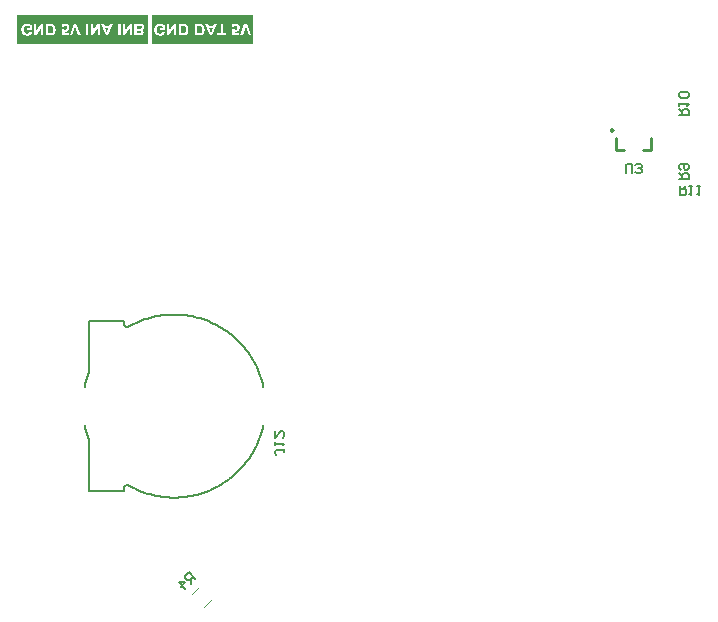
<source format=gbo>
G04*
G04 #@! TF.GenerationSoftware,Altium Limited,Altium Designer,24.5.2 (23)*
G04*
G04 Layer_Color=32896*
%FSLAX25Y25*%
%MOIN*%
G70*
G04*
G04 #@! TF.SameCoordinates,843F1F9D-CF68-4CC6-824C-A0058C937974*
G04*
G04*
G04 #@! TF.FilePolarity,Positive*
G04*
G01*
G75*
%ADD10C,0.00394*%
%ADD12C,0.00500*%
%ADD16C,0.00799*%
%ADD113C,0.00984*%
G36*
X82313Y216526D02*
X38561D01*
Y226387D01*
X82313D01*
Y216526D01*
D02*
G37*
G36*
X117126Y226387D02*
Y216526D01*
X83662D01*
Y226387D01*
X117126D01*
D02*
G37*
%LPC*%
G36*
X70410Y223377D02*
X69572D01*
X69239Y222506D01*
X67696D01*
X67380Y223377D01*
X66559D01*
X68046Y219536D01*
X66559D01*
D01*
X70410D01*
D01*
X68867D01*
X70410Y223377D01*
D02*
G37*
G36*
X41922Y223449D02*
X41861D01*
X41822Y223444D01*
X41767D01*
X41706Y223438D01*
X41639Y223427D01*
X41561Y223416D01*
X41401Y223388D01*
X41223Y223344D01*
X41040Y223283D01*
X40957Y223244D01*
X40868Y223199D01*
X40862Y223194D01*
X40851Y223188D01*
X40823Y223172D01*
X40796Y223149D01*
X40757Y223127D01*
X40718Y223094D01*
X40668Y223055D01*
X40618Y223011D01*
X40507Y222911D01*
X40396Y222783D01*
X40290Y222639D01*
X40196Y222472D01*
Y222467D01*
X40185Y222450D01*
X40174Y222422D01*
X40163Y222389D01*
X40146Y222345D01*
X40124Y222295D01*
X40107Y222234D01*
X40085Y222167D01*
X40063Y222095D01*
X40046Y222012D01*
X40007Y221840D01*
X39985Y221651D01*
X39974Y221446D01*
Y221457D01*
Y221446D01*
Y219464D01*
X43565D01*
Y222861D01*
X43554Y222872D01*
X43537Y222883D01*
X43521Y222900D01*
X43493Y222922D01*
X43465Y222944D01*
X43387Y223000D01*
X43282Y223061D01*
X43160Y223133D01*
X43021Y223205D01*
X42855Y223272D01*
X42849D01*
X42832Y223277D01*
X42810Y223288D01*
X42777Y223299D01*
X42733Y223310D01*
X42683Y223327D01*
X42627Y223344D01*
X42566Y223360D01*
X42427Y223394D01*
X42266Y223421D01*
X42100Y223444D01*
X41922Y223449D01*
D02*
G37*
G36*
X54637D02*
X54587D01*
X54549Y223444D01*
X54504Y223438D01*
X54449Y223432D01*
X54393Y223427D01*
X54326Y223416D01*
X54193Y223383D01*
X54043Y223327D01*
X53971Y223299D01*
X53899Y223260D01*
X53833Y223216D01*
X53766Y223166D01*
X53760Y223161D01*
X53749Y223155D01*
X53733Y223138D01*
X53710Y223116D01*
X53688Y223083D01*
X53655Y223050D01*
X53627Y223011D01*
X53594Y222966D01*
X53555Y222911D01*
X53522Y222855D01*
X53461Y222722D01*
X53405Y222572D01*
X53389Y222489D01*
X53372Y222400D01*
X54105Y222323D01*
Y222334D01*
X54110Y222361D01*
X54121Y222411D01*
X54138Y222467D01*
X54160Y222528D01*
X54193Y222594D01*
X54238Y222656D01*
X54288Y222717D01*
X54293Y222722D01*
X54315Y222739D01*
X54349Y222761D01*
X54393Y222789D01*
X54443Y222816D01*
X54504Y222839D01*
X54576Y222855D01*
X54648Y222861D01*
X54659D01*
X54687Y222855D01*
X54732Y222850D01*
X54787Y222839D01*
X54848Y222816D01*
X54915Y222783D01*
X54981Y222733D01*
X55042Y222672D01*
X55048Y222661D01*
X55070Y222639D01*
X55092Y222594D01*
X55126Y222528D01*
X55153Y222450D01*
X55181Y222356D01*
X55198Y222239D01*
X55203Y222106D01*
Y222100D01*
Y222089D01*
Y222073D01*
Y222045D01*
X55198Y221984D01*
X55181Y221906D01*
X55164Y221817D01*
X55137Y221729D01*
X55098Y221645D01*
X55042Y221573D01*
X55037Y221568D01*
X55015Y221546D01*
X54976Y221518D01*
X54931Y221479D01*
X54870Y221446D01*
X54798Y221418D01*
X54715Y221396D01*
X54626Y221390D01*
X54593D01*
X54571Y221396D01*
X54515Y221407D01*
X54438Y221423D01*
X54349Y221457D01*
X54254Y221507D01*
X54204Y221540D01*
X54154Y221579D01*
X54105Y221623D01*
X54054Y221673D01*
X53461Y221590D01*
X53838Y219586D01*
X53372D01*
Y223449D01*
D01*
Y219586D01*
X55958D01*
D01*
X55786D01*
Y220275D01*
X54393D01*
X54277Y220930D01*
X54282D01*
X54288Y220924D01*
X54321Y220907D01*
X54371Y220891D01*
X54432Y220863D01*
X54510Y220841D01*
X54593Y220824D01*
X54687Y220807D01*
X54782Y220802D01*
X54831D01*
X54865Y220807D01*
X54904Y220813D01*
X54954Y220818D01*
X55009Y220830D01*
X55070Y220846D01*
X55198Y220891D01*
X55270Y220918D01*
X55337Y220952D01*
X55409Y220996D01*
X55481Y221046D01*
X55547Y221101D01*
X55614Y221163D01*
X55620Y221168D01*
X55631Y221179D01*
X55647Y221201D01*
X55670Y221229D01*
X55692Y221263D01*
X55725Y221307D01*
X55753Y221357D01*
X55786Y221412D01*
X55819Y221473D01*
X55847Y221546D01*
X55880Y221623D01*
X55903Y221701D01*
X55925Y221790D01*
X55941Y221884D01*
X55953Y221984D01*
X55958Y222089D01*
Y222134D01*
X55953Y222167D01*
Y222212D01*
X55941Y222262D01*
X55936Y222317D01*
X55925Y222373D01*
X55892Y222506D01*
X55842Y222650D01*
X55808Y222728D01*
X55775Y222800D01*
X55731Y222872D01*
X55681Y222944D01*
X55675Y222950D01*
X55664Y222966D01*
X55642Y222989D01*
X55614Y223022D01*
X55575Y223061D01*
X55525Y223105D01*
X55470Y223149D01*
X55409Y223194D01*
X55337Y223244D01*
X55259Y223288D01*
X55176Y223333D01*
X55081Y223372D01*
X54981Y223405D01*
X54876Y223427D01*
X54759Y223444D01*
X54637Y223449D01*
D02*
G37*
G36*
X76865Y223377D02*
X76088D01*
X74528Y220846D01*
Y223377D01*
X74980D01*
X73813D01*
Y219536D01*
X76865D01*
Y223377D01*
D02*
G37*
G36*
X66131D02*
X65354D01*
X63795Y220846D01*
Y223377D01*
X63079D01*
Y219536D01*
X66131D01*
Y223377D01*
D02*
G37*
G36*
X79351D02*
X77686D01*
Y219536D01*
X80900D01*
Y222311D01*
X80894Y222361D01*
X80883Y222428D01*
X80872Y222506D01*
X80850Y222594D01*
X80817Y222683D01*
X80778Y222778D01*
X80772Y222789D01*
X80756Y222816D01*
X80728Y222861D01*
X80689Y222916D01*
X80645Y222983D01*
X80584Y223044D01*
X80523Y223111D01*
X80445Y223172D01*
X80434Y223177D01*
X80406Y223194D01*
X80361Y223222D01*
X80300Y223249D01*
X80223Y223283D01*
X80134Y223310D01*
X80034Y223338D01*
X79923Y223355D01*
X79901D01*
X79879Y223360D01*
X79823D01*
X79784Y223366D01*
X79679D01*
X79612Y223372D01*
X79446D01*
X79351Y223377D01*
D02*
G37*
G36*
X73069D02*
X72292D01*
Y219536D01*
X73069D01*
Y223377D01*
D02*
G37*
G36*
X62335D02*
X61558D01*
Y219536D01*
X62335D01*
Y223377D01*
D02*
G37*
G36*
X58334D02*
X57495D01*
X56119Y219536D01*
D01*
X59699D01*
D01*
X58334Y223377D01*
D02*
G37*
G36*
X51374D02*
X48160D01*
Y219536D01*
X51374D01*
D01*
X49692D01*
X49737Y219542D01*
X49842Y219548D01*
X49959Y219553D01*
X50081Y219570D01*
X50197Y219586D01*
X50303Y219614D01*
X50308D01*
X50319Y219620D01*
X50336Y219625D01*
X50358Y219631D01*
X50425Y219658D01*
X50503Y219697D01*
X50591Y219747D01*
X50691Y219808D01*
X50786Y219881D01*
X50880Y219969D01*
X50885D01*
X50891Y219980D01*
X50919Y220014D01*
X50963Y220069D01*
X51013Y220141D01*
X51074Y220230D01*
X51135Y220336D01*
X51196Y220458D01*
X51246Y220591D01*
Y220597D01*
X51252Y220608D01*
X51257Y220630D01*
X51268Y220657D01*
X51274Y220691D01*
X51285Y220735D01*
X51296Y220785D01*
X51313Y220841D01*
X51324Y220902D01*
X51335Y220974D01*
X51346Y221046D01*
X51352Y221129D01*
X51368Y221301D01*
X51374Y221496D01*
Y221573D01*
X51368Y221618D01*
Y221662D01*
X51363Y221718D01*
X51357Y221779D01*
X51346Y221906D01*
X51324Y222040D01*
X51291Y222178D01*
X51252Y222311D01*
Y222317D01*
X51246Y222328D01*
X51235Y222350D01*
X51224Y222384D01*
X51213Y222417D01*
X51191Y222456D01*
X51146Y222556D01*
X51091Y222661D01*
X51019Y222778D01*
X50935Y222889D01*
X50841Y222994D01*
X50830Y223005D01*
X50802Y223027D01*
X50758Y223061D01*
X50697Y223105D01*
X50619Y223155D01*
X50530Y223205D01*
X50419Y223255D01*
X50297Y223299D01*
X50292D01*
X50286Y223305D01*
X50269D01*
X50253Y223310D01*
X50192Y223322D01*
X50114Y223338D01*
X50020Y223355D01*
X49903Y223366D01*
X49764Y223372D01*
X49615Y223377D01*
X51374D01*
D02*
G37*
G36*
X47339D02*
X44287D01*
Y219536D01*
X47339D01*
Y223377D01*
D02*
G37*
%LPD*%
G36*
X68451Y220430D02*
X67930Y221856D01*
X68990D01*
X68451Y220430D01*
D02*
G37*
G36*
X41961Y222783D02*
X42028Y222778D01*
X42100Y222766D01*
X42183Y222750D01*
X42272Y222728D01*
X42361Y222694D01*
X42366D01*
X42372Y222689D01*
X42399Y222678D01*
X42450Y222656D01*
X42505Y222628D01*
X42572Y222594D01*
X42644Y222556D01*
X42716Y222511D01*
X42783Y222461D01*
Y221967D01*
X41895D01*
Y221318D01*
X43565D01*
Y219464D01*
X41944D01*
X41994Y219470D01*
X42055Y219475D01*
X42128Y219481D01*
X42205Y219486D01*
X42289Y219503D01*
X42466Y219536D01*
X42649Y219592D01*
X42744Y219625D01*
X42832Y219664D01*
X42916Y219708D01*
X42993Y219764D01*
X42999Y219770D01*
X43010Y219775D01*
X43032Y219797D01*
X43060Y219819D01*
X43093Y219847D01*
X43127Y219886D01*
X43165Y219931D01*
X43210Y219980D01*
X43254Y220036D01*
X43299Y220097D01*
X43343Y220164D01*
X43382Y220241D01*
X43426Y220319D01*
X43460Y220402D01*
X43493Y220497D01*
X43515Y220591D01*
X42744Y220735D01*
Y220730D01*
X42738Y220724D01*
X42727Y220691D01*
X42705Y220641D01*
X42671Y220574D01*
X42633Y220502D01*
X42577Y220430D01*
X42511Y220358D01*
X42433Y220291D01*
X42422Y220286D01*
X42394Y220264D01*
X42344Y220236D01*
X42283Y220208D01*
X42200Y220175D01*
X42105Y220152D01*
X42000Y220130D01*
X41878Y220125D01*
X41828D01*
X41795Y220130D01*
X41750Y220136D01*
X41700Y220141D01*
X41645Y220152D01*
X41584Y220164D01*
X41456Y220202D01*
X41389Y220230D01*
X41323Y220264D01*
X41256Y220302D01*
X41190Y220341D01*
X41129Y220397D01*
X41067Y220452D01*
X41062Y220458D01*
X41056Y220469D01*
X41040Y220485D01*
X41023Y220513D01*
X41001Y220547D01*
X40973Y220585D01*
X40945Y220635D01*
X40923Y220691D01*
X40896Y220757D01*
X40868Y220830D01*
X40840Y220907D01*
X40818Y220990D01*
X40801Y221085D01*
X40784Y221190D01*
X40779Y221296D01*
X40773Y221412D01*
Y221418D01*
Y221440D01*
Y221479D01*
X40779Y221523D01*
X40784Y221584D01*
X40790Y221645D01*
X40801Y221723D01*
X40812Y221801D01*
X40846Y221967D01*
X40901Y222139D01*
X40934Y222223D01*
X40973Y222300D01*
X41023Y222378D01*
X41073Y222445D01*
X41079Y222450D01*
X41090Y222461D01*
X41106Y222478D01*
X41129Y222500D01*
X41162Y222522D01*
X41195Y222556D01*
X41240Y222583D01*
X41289Y222617D01*
X41345Y222650D01*
X41401Y222678D01*
X41539Y222733D01*
X41617Y222755D01*
X41695Y222772D01*
X41783Y222783D01*
X41872Y222789D01*
X41917D01*
X41961Y222783D01*
D02*
G37*
G36*
X39980Y221346D02*
Y221290D01*
X39985Y221229D01*
X39996Y221163D01*
X40007Y221085D01*
X40035Y220924D01*
X40080Y220741D01*
X40141Y220558D01*
X40179Y220469D01*
X40224Y220380D01*
X40229Y220374D01*
X40235Y220358D01*
X40252Y220336D01*
X40268Y220302D01*
X40296Y220264D01*
X40329Y220219D01*
X40368Y220169D01*
X40407Y220114D01*
X40457Y220058D01*
X40512Y219997D01*
X40574Y219936D01*
X40640Y219875D01*
X40712Y219819D01*
X40784Y219758D01*
X40957Y219658D01*
X40962D01*
X40973Y219647D01*
X40995Y219642D01*
X41023Y219625D01*
X41062Y219614D01*
X41101Y219598D01*
X41156Y219581D01*
X41212Y219559D01*
X41273Y219542D01*
X41345Y219525D01*
X41423Y219509D01*
X41500Y219492D01*
X41678Y219470D01*
X41878Y219464D01*
X39974D01*
Y221385D01*
X39980Y221346D01*
D02*
G37*
G36*
X76149Y219536D02*
X74562D01*
X76149Y222123D01*
Y219536D01*
D02*
G37*
G36*
X65415D02*
X63828D01*
X65415Y222123D01*
Y219536D01*
D02*
G37*
G36*
X79401Y222722D02*
X79490D01*
X79579Y222717D01*
X79651Y222711D01*
X79684D01*
X79707Y222706D01*
X79712D01*
X79734Y222700D01*
X79768Y222689D01*
X79807Y222678D01*
X79851Y222656D01*
X79901Y222628D01*
X79945Y222594D01*
X79990Y222556D01*
X79995Y222550D01*
X80006Y222533D01*
X80023Y222506D01*
X80045Y222467D01*
X80067Y222422D01*
X80084Y222367D01*
X80095Y222300D01*
X80101Y222228D01*
Y222223D01*
Y222200D01*
X80095Y222167D01*
X80090Y222128D01*
X80079Y222078D01*
X80062Y222034D01*
X80040Y221984D01*
X80012Y221934D01*
X80006Y221929D01*
X79995Y221912D01*
X79979Y221890D01*
X79951Y221867D01*
X79918Y221834D01*
X79873Y221806D01*
X79823Y221779D01*
X79768Y221756D01*
X79762D01*
X79734Y221745D01*
X79690Y221740D01*
X79662Y221734D01*
X79623Y221729D01*
X79584Y221723D01*
X79535Y221718D01*
X79479Y221712D01*
X79413D01*
X79346Y221707D01*
X79268Y221701D01*
X78463D01*
Y222728D01*
X79318D01*
X79401Y222722D01*
D02*
G37*
G36*
X79302Y221057D02*
X79474D01*
X79507Y221052D01*
X79540D01*
X79562Y221046D01*
X79596Y221041D01*
X79646Y221024D01*
X79695Y221007D01*
X79746Y220985D01*
X79795Y220957D01*
X79840Y220918D01*
X79845Y220913D01*
X79856Y220896D01*
X79879Y220874D01*
X79901Y220835D01*
X79918Y220791D01*
X79940Y220741D01*
X79951Y220680D01*
X79956Y220613D01*
Y220608D01*
Y220585D01*
X79951Y220552D01*
X79945Y220508D01*
X79934Y220463D01*
X79912Y220419D01*
X79890Y220369D01*
X79856Y220324D01*
X79851Y220319D01*
X79840Y220308D01*
X79812Y220286D01*
X79784Y220264D01*
X79740Y220241D01*
X79690Y220219D01*
X79629Y220202D01*
X79562Y220191D01*
X79557D01*
X79535Y220186D01*
X79474D01*
X79440Y220180D01*
X79296D01*
X79235Y220175D01*
X78463D01*
Y221063D01*
X79207D01*
X79302Y221057D01*
D02*
G37*
G36*
X80900Y219536D02*
X79374D01*
X79474Y219542D01*
X79584Y219548D01*
X79695Y219553D01*
X79801Y219564D01*
X79895Y219575D01*
X79906D01*
X79934Y219581D01*
X79973Y219592D01*
X80028Y219609D01*
X80090Y219631D01*
X80156Y219658D01*
X80228Y219692D01*
X80295Y219736D01*
X80300Y219742D01*
X80323Y219758D01*
X80356Y219786D01*
X80400Y219819D01*
X80445Y219869D01*
X80495Y219925D01*
X80545Y219986D01*
X80589Y220058D01*
X80595Y220069D01*
X80606Y220091D01*
X80628Y220136D01*
X80650Y220191D01*
X80672Y220258D01*
X80695Y220330D01*
X80706Y220419D01*
X80711Y220508D01*
Y220513D01*
Y220519D01*
Y220552D01*
X80706Y220602D01*
X80695Y220669D01*
X80672Y220746D01*
X80650Y220830D01*
X80611Y220913D01*
X80561Y221002D01*
X80556Y221013D01*
X80534Y221041D01*
X80500Y221079D01*
X80461Y221129D01*
X80406Y221179D01*
X80339Y221240D01*
X80262Y221290D01*
X80173Y221340D01*
X80178D01*
X80190Y221346D01*
X80206Y221351D01*
X80228Y221357D01*
X80295Y221385D01*
X80373Y221423D01*
X80456Y221468D01*
X80550Y221529D01*
X80633Y221601D01*
X80711Y221690D01*
X80717Y221701D01*
X80739Y221734D01*
X80772Y221784D01*
X80805Y221851D01*
X80839Y221940D01*
X80872Y222034D01*
X80894Y222145D01*
X80900Y222267D01*
Y219536D01*
D02*
G37*
G36*
X58872D02*
X56957D01*
X57934Y222378D01*
X58872Y219536D01*
D02*
G37*
G36*
X49692Y222722D02*
X49770D01*
X49848Y222711D01*
X49920Y222706D01*
X49981Y222694D01*
X49992D01*
X50014Y222683D01*
X50047Y222672D01*
X50092Y222656D01*
X50142Y222633D01*
X50192Y222606D01*
X50242Y222572D01*
X50292Y222533D01*
X50297Y222528D01*
X50314Y222511D01*
X50336Y222483D01*
X50364Y222445D01*
X50392Y222395D01*
X50430Y222334D01*
X50458Y222256D01*
X50491Y222167D01*
Y222162D01*
X50497Y222156D01*
Y222139D01*
X50503Y222117D01*
X50514Y222095D01*
X50519Y222062D01*
X50536Y221978D01*
X50547Y221879D01*
X50564Y221762D01*
X50569Y221618D01*
X50575Y221462D01*
Y221457D01*
Y221440D01*
Y221418D01*
Y221390D01*
Y221351D01*
X50569Y221307D01*
X50564Y221213D01*
X50552Y221101D01*
X50541Y220985D01*
X50519Y220880D01*
X50491Y220780D01*
Y220774D01*
X50486Y220768D01*
X50475Y220741D01*
X50458Y220696D01*
X50436Y220641D01*
X50403Y220585D01*
X50364Y220524D01*
X50319Y220463D01*
X50269Y220408D01*
X50264Y220402D01*
X50247Y220386D01*
X50214Y220363D01*
X50175Y220336D01*
X50120Y220302D01*
X50059Y220275D01*
X49992Y220247D01*
X49914Y220225D01*
X49909D01*
X49881Y220219D01*
X49837Y220214D01*
X49775Y220202D01*
X49737D01*
X49687Y220197D01*
X49637D01*
X49581Y220191D01*
X49515D01*
X49442Y220186D01*
X48937D01*
Y222728D01*
X49620D01*
X49692Y222722D01*
D02*
G37*
G36*
X45002Y220846D02*
Y223377D01*
X46562D01*
X45002Y220846D01*
D02*
G37*
G36*
X46623Y219536D02*
X45036D01*
X46623Y222123D01*
Y219536D01*
D02*
G37*
%LPC*%
G36*
X111455Y223449D02*
X111405D01*
X111366Y223444D01*
X111322Y223438D01*
X111266Y223432D01*
X111211Y223427D01*
X111144Y223416D01*
X111011Y223383D01*
X110861Y223327D01*
X110789Y223299D01*
X110717Y223260D01*
X110650Y223216D01*
X110583Y223166D01*
X110578Y223161D01*
X110567Y223155D01*
X110550Y223138D01*
X110528Y223116D01*
X110506Y223083D01*
X110473Y223050D01*
X110445Y223011D01*
X110412Y222966D01*
X110373Y222911D01*
X110339Y222855D01*
X110278Y222722D01*
X110223Y222572D01*
X110206Y222489D01*
X110189Y222400D01*
X110922Y222323D01*
Y222334D01*
X110928Y222361D01*
X110939Y222411D01*
X110955Y222467D01*
X110978Y222528D01*
X111011Y222594D01*
X111055Y222656D01*
X111105Y222717D01*
X111111Y222722D01*
X111133Y222739D01*
X111166Y222761D01*
X111211Y222789D01*
X111261Y222816D01*
X111322Y222839D01*
X111394Y222855D01*
X111466Y222861D01*
X111477D01*
X111505Y222855D01*
X111549Y222850D01*
X111605Y222839D01*
X111666Y222816D01*
X111732Y222783D01*
X111799Y222733D01*
X111860Y222672D01*
X111866Y222661D01*
X111888Y222639D01*
X111910Y222594D01*
X111943Y222528D01*
X111971Y222450D01*
X111999Y222356D01*
X112015Y222239D01*
X112021Y222106D01*
Y222100D01*
Y222089D01*
Y222073D01*
Y222045D01*
X112015Y221984D01*
X111999Y221906D01*
X111982Y221817D01*
X111954Y221729D01*
X111916Y221645D01*
X111860Y221573D01*
X111855Y221568D01*
X111832Y221546D01*
X111793Y221518D01*
X111749Y221479D01*
X111688Y221446D01*
X111616Y221418D01*
X111533Y221396D01*
X111444Y221390D01*
X111410D01*
X111388Y221396D01*
X111333Y221407D01*
X111255Y221423D01*
X111166Y221457D01*
X111072Y221507D01*
X111022Y221540D01*
X110972Y221579D01*
X110922Y221623D01*
X110872Y221673D01*
X110278Y221590D01*
X110656Y219586D01*
X110189D01*
Y223449D01*
D01*
Y219586D01*
X112776D01*
D01*
X112604D01*
Y220275D01*
X111211D01*
X111094Y220930D01*
X111100D01*
X111105Y220924D01*
X111138Y220907D01*
X111188Y220891D01*
X111249Y220863D01*
X111327Y220841D01*
X111410Y220824D01*
X111505Y220807D01*
X111599Y220802D01*
X111649D01*
X111682Y220807D01*
X111721Y220813D01*
X111771Y220818D01*
X111827Y220830D01*
X111888Y220846D01*
X112015Y220891D01*
X112088Y220918D01*
X112154Y220952D01*
X112226Y220996D01*
X112299Y221046D01*
X112365Y221101D01*
X112432Y221163D01*
X112437Y221168D01*
X112448Y221179D01*
X112465Y221201D01*
X112487Y221229D01*
X112509Y221263D01*
X112543Y221307D01*
X112570Y221357D01*
X112604Y221412D01*
X112637Y221473D01*
X112665Y221546D01*
X112698Y221623D01*
X112720Y221701D01*
X112742Y221790D01*
X112759Y221884D01*
X112770Y221984D01*
X112776Y222089D01*
Y222134D01*
X112770Y222167D01*
Y222212D01*
X112759Y222262D01*
X112754Y222317D01*
X112742Y222373D01*
X112709Y222506D01*
X112659Y222650D01*
X112626Y222728D01*
X112593Y222800D01*
X112548Y222872D01*
X112498Y222944D01*
X112493Y222950D01*
X112482Y222966D01*
X112459Y222989D01*
X112432Y223022D01*
X112393Y223061D01*
X112343Y223105D01*
X112287Y223149D01*
X112226Y223194D01*
X112154Y223244D01*
X112076Y223288D01*
X111993Y223333D01*
X111899Y223372D01*
X111799Y223405D01*
X111694Y223427D01*
X111577Y223444D01*
X111455Y223449D01*
D02*
G37*
G36*
X91636Y223377D02*
X90859D01*
X89299Y220846D01*
Y223377D01*
X89751D01*
X88583D01*
Y219536D01*
X91636D01*
Y223377D01*
D02*
G37*
G36*
X108347D02*
Y220186D01*
X107215D01*
Y223377D01*
X105300D01*
X106438D01*
Y220186D01*
X105300D01*
D01*
Y219536D01*
X108347D01*
Y223377D01*
D02*
G37*
G36*
X115151D02*
X114313D01*
X112937Y219536D01*
D01*
X116516D01*
D01*
X115151Y223377D01*
D02*
G37*
G36*
X105156D02*
X101304D01*
X102791Y219536D01*
X103613D01*
X105156Y223377D01*
D02*
G37*
G36*
X101038D02*
X97824D01*
Y219536D01*
X99356D01*
X99400Y219542D01*
X99506Y219548D01*
X99622Y219553D01*
X99744Y219570D01*
X99861Y219586D01*
X99966Y219614D01*
X99972D01*
X99983Y219620D01*
X100000Y219625D01*
X100022Y219631D01*
X100089Y219658D01*
X100166Y219697D01*
X100255Y219747D01*
X100355Y219808D01*
X100449Y219881D01*
X100544Y219969D01*
X100549D01*
X100555Y219980D01*
X100582Y220014D01*
X100627Y220069D01*
X100677Y220141D01*
X100738Y220230D01*
X100799Y220336D01*
X100860Y220458D01*
X100910Y220591D01*
Y220597D01*
X100915Y220608D01*
X100921Y220630D01*
X100932Y220657D01*
X100938Y220691D01*
X100949Y220735D01*
X100960Y220785D01*
X100977Y220841D01*
X100988Y220902D01*
X100999Y220974D01*
X101010Y221046D01*
X101015Y221129D01*
X101032Y221301D01*
X101038Y221496D01*
Y221573D01*
X101032Y221618D01*
Y221662D01*
X101026Y221718D01*
X101021Y221779D01*
X101010Y221906D01*
X100988Y222040D01*
X100954Y222178D01*
X100915Y222311D01*
Y222317D01*
X100910Y222328D01*
X100899Y222350D01*
X100888Y222384D01*
X100877Y222417D01*
X100854Y222456D01*
X100810Y222556D01*
X100754Y222661D01*
X100682Y222778D01*
X100599Y222889D01*
X100505Y222994D01*
X100494Y223005D01*
X100466Y223027D01*
X100422Y223061D01*
X100360Y223105D01*
X100283Y223155D01*
X100194Y223205D01*
X100083Y223255D01*
X99961Y223299D01*
X99955D01*
X99950Y223305D01*
X99933D01*
X99916Y223310D01*
X99855Y223322D01*
X99778Y223338D01*
X99683Y223355D01*
X99567Y223366D01*
X99428Y223372D01*
X99278Y223377D01*
X101038D01*
D02*
G37*
G36*
X93911D02*
X92457D01*
Y219536D01*
X95671D01*
D01*
X93989D01*
X94033Y219542D01*
X94139Y219548D01*
X94255Y219553D01*
X94377Y219570D01*
X94494Y219586D01*
X94599Y219614D01*
X94605D01*
X94616Y219620D01*
X94633Y219625D01*
X94655Y219631D01*
X94722Y219658D01*
X94799Y219697D01*
X94888Y219747D01*
X94988Y219808D01*
X95082Y219881D01*
X95177Y219969D01*
X95182D01*
X95188Y219980D01*
X95216Y220014D01*
X95260Y220069D01*
X95310Y220141D01*
X95371Y220230D01*
X95432Y220336D01*
X95493Y220458D01*
X95543Y220591D01*
Y220597D01*
X95549Y220608D01*
X95554Y220630D01*
X95565Y220657D01*
X95571Y220691D01*
X95582Y220735D01*
X95593Y220785D01*
X95610Y220841D01*
X95621Y220902D01*
X95632Y220974D01*
X95643Y221046D01*
X95648Y221129D01*
X95665Y221301D01*
X95671Y221496D01*
Y221573D01*
X95665Y221618D01*
Y221662D01*
X95660Y221718D01*
X95654Y221779D01*
X95643Y221906D01*
X95621Y222040D01*
X95587Y222178D01*
X95549Y222311D01*
Y222317D01*
X95543Y222328D01*
X95532Y222350D01*
X95521Y222384D01*
X95510Y222417D01*
X95487Y222456D01*
X95443Y222556D01*
X95388Y222661D01*
X95315Y222778D01*
X95232Y222889D01*
X95138Y222994D01*
X95127Y223005D01*
X95099Y223027D01*
X95055Y223061D01*
X94994Y223105D01*
X94916Y223155D01*
X94827Y223205D01*
X94716Y223255D01*
X94594Y223299D01*
X94588D01*
X94583Y223305D01*
X94566D01*
X94550Y223310D01*
X94489Y223322D01*
X94411Y223338D01*
X94317Y223355D01*
X94200Y223366D01*
X94061Y223372D01*
X93911Y223377D01*
D02*
G37*
G36*
X86219Y223449D02*
X86158D01*
X86119Y223444D01*
X86064D01*
X86003Y223438D01*
X85936Y223427D01*
X85858Y223416D01*
X85697Y223388D01*
X85520Y223344D01*
X85337Y223283D01*
X85253Y223244D01*
X85164Y223199D01*
X85159Y223194D01*
X85148Y223188D01*
X85120Y223172D01*
X85092Y223149D01*
X85053Y223127D01*
X85015Y223094D01*
X84965Y223055D01*
X84915Y223011D01*
X84804Y222911D01*
X84693Y222783D01*
X84587Y222639D01*
X84493Y222472D01*
Y222467D01*
X84482Y222450D01*
X84471Y222422D01*
X84460Y222389D01*
X84443Y222345D01*
X84421Y222295D01*
X84404Y222234D01*
X84382Y222167D01*
X84360Y222095D01*
X84343Y222012D01*
X84304Y221840D01*
X84282Y221651D01*
X84271Y221446D01*
Y219464D01*
X87862D01*
Y222861D01*
X87851Y222872D01*
X87834Y222883D01*
X87817Y222900D01*
X87790Y222922D01*
X87762Y222944D01*
X87684Y223000D01*
X87579Y223061D01*
X87457Y223133D01*
X87318Y223205D01*
X87151Y223272D01*
X87146D01*
X87129Y223277D01*
X87107Y223288D01*
X87074Y223299D01*
X87029Y223310D01*
X86979Y223327D01*
X86924Y223344D01*
X86863Y223360D01*
X86724Y223394D01*
X86563Y223421D01*
X86397Y223444D01*
X86219Y223449D01*
D02*
G37*
%LPD*%
G36*
X90920Y219536D02*
X89333D01*
X90920Y222123D01*
Y219536D01*
D02*
G37*
G36*
X115690D02*
X113775D01*
X114752Y222378D01*
X115690Y219536D01*
D02*
G37*
G36*
X103985Y222506D02*
X102442D01*
X102125Y223377D01*
X104318D01*
X103985Y222506D01*
D02*
G37*
G36*
X103197Y220430D02*
X102675Y221856D01*
X103735D01*
X103197Y220430D01*
D02*
G37*
G36*
X99356Y222722D02*
X99434D01*
X99511Y222711D01*
X99583Y222706D01*
X99645Y222694D01*
X99656D01*
X99678Y222683D01*
X99711Y222672D01*
X99756Y222656D01*
X99805Y222633D01*
X99855Y222606D01*
X99905Y222572D01*
X99955Y222533D01*
X99961Y222528D01*
X99977Y222511D01*
X100000Y222483D01*
X100027Y222445D01*
X100055Y222395D01*
X100094Y222334D01*
X100122Y222256D01*
X100155Y222167D01*
Y222162D01*
X100161Y222156D01*
Y222139D01*
X100166Y222117D01*
X100177Y222095D01*
X100183Y222062D01*
X100199Y221978D01*
X100211Y221879D01*
X100227Y221762D01*
X100233Y221618D01*
X100238Y221462D01*
Y221457D01*
Y221440D01*
Y221418D01*
Y221390D01*
Y221351D01*
X100233Y221307D01*
X100227Y221213D01*
X100216Y221101D01*
X100205Y220985D01*
X100183Y220880D01*
X100155Y220780D01*
Y220774D01*
X100150Y220768D01*
X100138Y220741D01*
X100122Y220696D01*
X100100Y220641D01*
X100066Y220585D01*
X100027Y220524D01*
X99983Y220463D01*
X99933Y220408D01*
X99928Y220402D01*
X99911Y220386D01*
X99878Y220363D01*
X99839Y220336D01*
X99783Y220302D01*
X99722Y220275D01*
X99656Y220247D01*
X99578Y220225D01*
X99572D01*
X99545Y220219D01*
X99500Y220214D01*
X99439Y220202D01*
X99400D01*
X99350Y220197D01*
X99300D01*
X99245Y220191D01*
X99178D01*
X99106Y220186D01*
X98601D01*
Y222728D01*
X99284D01*
X99356Y222722D01*
D02*
G37*
G36*
X93989D02*
X94067D01*
X94144Y222711D01*
X94217Y222706D01*
X94278Y222694D01*
X94289D01*
X94311Y222683D01*
X94344Y222672D01*
X94389Y222656D01*
X94439Y222633D01*
X94489Y222606D01*
X94538Y222572D01*
X94588Y222533D01*
X94594Y222528D01*
X94611Y222511D01*
X94633Y222483D01*
X94661Y222445D01*
X94688Y222395D01*
X94727Y222334D01*
X94755Y222256D01*
X94788Y222167D01*
Y222162D01*
X94794Y222156D01*
Y222139D01*
X94799Y222117D01*
X94810Y222095D01*
X94816Y222062D01*
X94833Y221978D01*
X94844Y221879D01*
X94860Y221762D01*
X94866Y221618D01*
X94871Y221462D01*
Y221457D01*
Y221440D01*
Y221418D01*
Y221390D01*
Y221351D01*
X94866Y221307D01*
X94860Y221213D01*
X94849Y221101D01*
X94838Y220985D01*
X94816Y220880D01*
X94788Y220780D01*
Y220774D01*
X94783Y220768D01*
X94772Y220741D01*
X94755Y220696D01*
X94733Y220641D01*
X94699Y220585D01*
X94661Y220524D01*
X94616Y220463D01*
X94566Y220408D01*
X94561Y220402D01*
X94544Y220386D01*
X94511Y220363D01*
X94472Y220336D01*
X94416Y220302D01*
X94355Y220275D01*
X94289Y220247D01*
X94211Y220225D01*
X94205D01*
X94178Y220219D01*
X94133Y220214D01*
X94072Y220202D01*
X94033D01*
X93984Y220197D01*
X93933D01*
X93878Y220191D01*
X93811D01*
X93739Y220186D01*
X93234D01*
Y222728D01*
X93917D01*
X93989Y222722D01*
D02*
G37*
G36*
X86258Y222783D02*
X86325Y222778D01*
X86397Y222766D01*
X86480Y222750D01*
X86569Y222728D01*
X86658Y222694D01*
X86663D01*
X86669Y222689D01*
X86696Y222678D01*
X86746Y222656D01*
X86802Y222628D01*
X86868Y222594D01*
X86940Y222556D01*
X87013Y222511D01*
X87079Y222461D01*
Y221967D01*
X86191D01*
Y221318D01*
X87862D01*
Y219464D01*
X86241D01*
X86291Y219470D01*
X86352Y219475D01*
X86424Y219481D01*
X86502Y219486D01*
X86585Y219503D01*
X86763Y219536D01*
X86946Y219592D01*
X87040Y219625D01*
X87129Y219664D01*
X87213Y219708D01*
X87290Y219764D01*
X87296Y219770D01*
X87307Y219775D01*
X87329Y219797D01*
X87357Y219819D01*
X87390Y219847D01*
X87423Y219886D01*
X87462Y219931D01*
X87507Y219980D01*
X87551Y220036D01*
X87595Y220097D01*
X87640Y220164D01*
X87679Y220241D01*
X87723Y220319D01*
X87756Y220402D01*
X87790Y220497D01*
X87812Y220591D01*
X87040Y220735D01*
Y220730D01*
X87035Y220724D01*
X87024Y220691D01*
X87002Y220641D01*
X86968Y220574D01*
X86929Y220502D01*
X86874Y220430D01*
X86807Y220358D01*
X86730Y220291D01*
X86718Y220286D01*
X86691Y220264D01*
X86641Y220236D01*
X86580Y220208D01*
X86497Y220175D01*
X86402Y220152D01*
X86297Y220130D01*
X86175Y220125D01*
X86125D01*
X86091Y220130D01*
X86047Y220136D01*
X85997Y220141D01*
X85941Y220152D01*
X85881Y220164D01*
X85753Y220202D01*
X85686Y220230D01*
X85620Y220264D01*
X85553Y220302D01*
X85486Y220341D01*
X85425Y220397D01*
X85364Y220452D01*
X85359Y220458D01*
X85353Y220469D01*
X85337Y220485D01*
X85320Y220513D01*
X85298Y220547D01*
X85270Y220585D01*
X85242Y220635D01*
X85220Y220691D01*
X85192Y220757D01*
X85164Y220830D01*
X85137Y220907D01*
X85115Y220990D01*
X85098Y221085D01*
X85081Y221190D01*
X85076Y221296D01*
X85070Y221412D01*
Y221418D01*
Y221440D01*
Y221479D01*
X85076Y221523D01*
X85081Y221584D01*
X85087Y221645D01*
X85098Y221723D01*
X85109Y221801D01*
X85142Y221967D01*
X85198Y222139D01*
X85231Y222223D01*
X85270Y222300D01*
X85320Y222378D01*
X85370Y222445D01*
X85375Y222450D01*
X85387Y222461D01*
X85403Y222478D01*
X85425Y222500D01*
X85459Y222522D01*
X85492Y222556D01*
X85536Y222583D01*
X85586Y222617D01*
X85642Y222650D01*
X85697Y222678D01*
X85836Y222733D01*
X85914Y222755D01*
X85992Y222772D01*
X86080Y222783D01*
X86169Y222789D01*
X86213D01*
X86258Y222783D01*
D02*
G37*
G36*
X84276Y221346D02*
Y221290D01*
X84282Y221229D01*
X84293Y221163D01*
X84304Y221085D01*
X84332Y220924D01*
X84376Y220741D01*
X84438Y220558D01*
X84476Y220469D01*
X84521Y220380D01*
X84526Y220374D01*
X84532Y220358D01*
X84548Y220336D01*
X84565Y220302D01*
X84593Y220264D01*
X84626Y220219D01*
X84665Y220169D01*
X84704Y220114D01*
X84754Y220058D01*
X84809Y219997D01*
X84870Y219936D01*
X84937Y219875D01*
X85009Y219819D01*
X85081Y219758D01*
X85253Y219658D01*
X85259D01*
X85270Y219647D01*
X85292Y219642D01*
X85320Y219625D01*
X85359Y219614D01*
X85398Y219598D01*
X85453Y219581D01*
X85509Y219559D01*
X85570Y219542D01*
X85642Y219525D01*
X85720Y219509D01*
X85797Y219492D01*
X85975Y219470D01*
X86175Y219464D01*
X84271D01*
Y221385D01*
X84276Y221346D01*
D02*
G37*
D10*
X100934Y29140D02*
X103439Y31645D01*
X96758Y33316D02*
X99263Y35821D01*
D12*
X120673Y102308D02*
X120452Y103271D01*
X120200Y104226D01*
X119917Y105173D01*
X119603Y106111D01*
X119259Y107037D01*
X118886Y107952D01*
X118483Y108854D01*
X118051Y109743D01*
X117590Y110618D01*
X117101Y111477D01*
X116585Y112319D01*
X116041Y113145D01*
X115471Y113952D01*
X114876Y114741D01*
X114255Y115509D01*
X113609Y116258D01*
X112940Y116985D01*
X112247Y117690D01*
X111532Y118372D01*
X110795Y119030D01*
X110037Y119665D01*
X109259Y120274D01*
X108461Y120858D01*
X107645Y121416D01*
X106812Y121947D01*
X105962Y122450D01*
X105096Y122926D01*
X104214Y123374D01*
X103319Y123793D01*
X102411Y124182D01*
X101490Y124542D01*
X100559Y124872D01*
X99617Y125172D01*
X98666Y125441D01*
X97707Y125678D01*
X96740Y125885D01*
X95768Y126060D01*
X94790Y126204D01*
X93808Y126316D01*
X92823Y126396D01*
X91836Y126444D01*
X90848Y126460D01*
X74115Y123057D02*
X74880Y122208D01*
X74878Y122208D02*
X75594Y122367D01*
X90839Y126460D02*
X89843Y126444D01*
X88848Y126395D01*
X87856Y126313D01*
X86866Y126199D01*
X85881Y126053D01*
X84901Y125875D01*
X83927Y125665D01*
X82961Y125423D01*
X82003Y125149D01*
X81055Y124845D01*
X80117Y124509D01*
X79191Y124143D01*
X78277Y123747D01*
X77376Y123321D01*
X76490Y122866D01*
X75620Y122382D01*
X62541Y107289D02*
X62174Y106333D01*
X61840Y105363D01*
X61541Y104383D01*
X61275Y103393D01*
X61045Y102395D01*
X90848Y65476D02*
X91836Y65492D01*
X92823Y65540D01*
X93808Y65620D01*
X94790Y65732D01*
X95768Y65875D01*
X96740Y66050D01*
X97707Y66257D01*
X98666Y66495D01*
X99617Y66764D01*
X100559Y67063D01*
X101490Y67393D01*
X102411Y67753D01*
X103319Y68143D01*
X104214Y68562D01*
X105096Y69009D01*
X105962Y69485D01*
X106812Y69989D01*
X107645Y70520D01*
X108461Y71078D01*
X109259Y71662D01*
X110037Y72271D01*
X110795Y72905D01*
X111532Y73564D01*
X112247Y74246D01*
X112940Y74951D01*
X113609Y75678D01*
X114255Y76426D01*
X114876Y77195D01*
X115471Y77983D01*
X116041Y78791D01*
X116585Y79616D01*
X117101Y80459D01*
X117590Y81318D01*
X118051Y82192D01*
X118483Y83081D01*
X118886Y83984D01*
X119260Y84899D01*
X119603Y85825D01*
X119917Y86762D01*
X120200Y87709D01*
X120452Y88665D01*
X120673Y89628D01*
X74880Y69727D02*
X74115Y68878D01*
X75594Y69569D02*
X74878Y69727D01*
X75620Y69554D02*
X76490Y69070D01*
X77376Y68615D01*
X78277Y68189D01*
X79191Y67793D01*
X80117Y67427D01*
X81055Y67091D01*
X82003Y66786D01*
X82961Y66513D01*
X83927Y66271D01*
X84901Y66061D01*
X85881Y65882D01*
X86866Y65736D01*
X87856Y65622D01*
X88848Y65541D01*
X89843Y65492D01*
X90839Y65476D01*
X61045Y89541D02*
X61275Y88542D01*
X61541Y87552D01*
X61840Y86572D01*
X62174Y85603D01*
X62541Y84646D01*
X62501Y107188D02*
Y124314D01*
X74115D01*
Y123054D02*
Y124314D01*
X62501Y67621D02*
Y84747D01*
Y67621D02*
X74115D01*
Y68881D01*
D16*
X97935Y38285D02*
X95709Y40512D01*
X94595Y39398D01*
Y38656D01*
X95338Y37914D01*
X96080Y37914D01*
X97193Y39027D01*
X96451Y38285D02*
Y36801D01*
X94595Y34945D02*
X92369Y37172D01*
X94595Y37172D01*
X93111Y35688D01*
X127559Y81825D02*
Y80775D01*
Y81300D01*
X124935D01*
X124410Y80775D01*
Y80251D01*
X124935Y79726D01*
X124410Y82874D02*
Y83924D01*
Y83399D01*
X127559D01*
X127034Y82874D01*
X124410Y87597D02*
Y85498D01*
X126509Y87597D01*
X127034D01*
X127559Y87072D01*
Y86023D01*
X127034Y85498D01*
X241471Y173623D02*
Y176246D01*
X241995Y176771D01*
X243045D01*
X243570Y176246D01*
Y173623D01*
X244619Y174147D02*
X245144Y173623D01*
X246194D01*
X246718Y174147D01*
Y174672D01*
X246194Y175197D01*
X245669D01*
X246194D01*
X246718Y175722D01*
Y176246D01*
X246194Y176771D01*
X245144D01*
X244619Y176246D01*
X259470Y169440D02*
Y166291D01*
X261045D01*
X261569Y166816D01*
Y167865D01*
X261045Y168390D01*
X259470D01*
X260520D02*
X261569Y169440D01*
X262619D02*
X263668D01*
X263144D01*
Y166291D01*
X262619Y166816D01*
X265243Y169440D02*
X266292D01*
X265768D01*
Y166291D01*
X265243Y166816D01*
X259253Y192915D02*
X262401D01*
Y194489D01*
X261876Y195014D01*
X260827D01*
X260302Y194489D01*
Y192915D01*
Y193964D02*
X259253Y195014D01*
Y196063D02*
Y197113D01*
Y196588D01*
X262401D01*
X261876Y196063D01*
Y198687D02*
X262401Y199212D01*
Y200261D01*
X261876Y200786D01*
X259777D01*
X259253Y200261D01*
Y199212D01*
X259777Y198687D01*
X261876D01*
X259253Y171589D02*
X262401D01*
Y173163D01*
X261876Y173688D01*
X260827D01*
X260302Y173163D01*
Y171589D01*
Y172638D02*
X259253Y173688D01*
X259777Y174737D02*
X259253Y175262D01*
Y176312D01*
X259777Y176836D01*
X261876D01*
X262401Y176312D01*
Y175262D01*
X261876Y174737D01*
X261351D01*
X260827Y175262D01*
Y176836D01*
D113*
X237303Y187992D02*
X236565Y188418D01*
Y187566D01*
X237303Y187992D01*
X238189Y181299D02*
Y185236D01*
Y181299D02*
X240846D01*
X250000D02*
Y185236D01*
X247342Y181299D02*
X250000D01*
M02*

</source>
